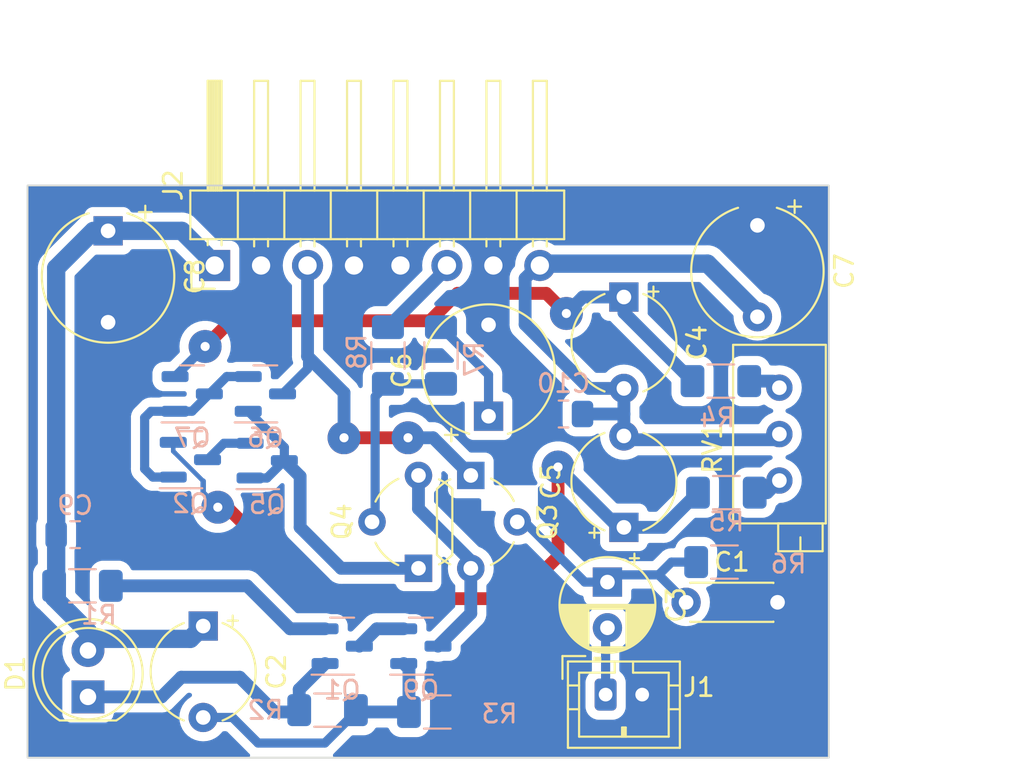
<source format=kicad_pcb>
(kicad_pcb (version 20221018) (generator pcbnew)
  (layers (0 "F.Cu" signal) (31 "B.Cu" signal) (34 "B.Paste" user) (35 "F.Paste" user) (36 "B.SilkS" user "B.Silkscreen") (37 "F.SilkS" user "F.Silkscreen") (38 "B.Mask" user) (39 "F.Mask" user) (44 "Edge.Cuts" user))
  (net 0 "")
  (net 1 "Net-(Q3-B)")
  (net 2 "GND")
  (net 3 "Net-(D1-A)")
  (net 4 "Net-(Q2-B)")
  (net 5 "Net-(J1-Pin_1)")
  (net 6 "Net-(J2-Pin_8)")
  (net 7 "Net-(C6-Pad1)")
  (net 8 "Net-(D1-K)")
  (net 9 "Net-(J2-Pin_3)")
  (net 10 "Net-(J2-Pin_6)")
  (net 11 "Net-(Q1-C)")
  (net 12 "Net-(Q1-E)")
  (net 13 "Net-(Q2-C)")
  (net 14 "Net-(Q4-C)")
  (net 15 "Net-(Q4-B)")
  (net 16 "Net-(Q7-E)")
  (net 17 "Net-(R4-Pad2)")
  (net 18 "Net-(R5-Pad2)")
  (net 19 "Net-(Q9-B)")
  (net 20 "Net-(Q2-E)")
  (net 21 "Net-(Q3-E)")
  (footprint "Capacitor_THT:CP_Radial_Tantal_D5.5mm_P5.00mm" (layer "F.Cu") (at 159.8 85.9 -90)
    (fp_text reference "C4" (at 2.5 -4 90) (layer "F.SilkS"))
    (fp_text value "33u/25V")
    (pad "1" thru_hole rect (at 0 0 270) (size 1.6 1.6) (drill 0.8) (layers "*.Cu" "*.Mask") (net 16 "Net-(Q7-E)"))
    (pad "2" thru_hole circle (at 5 0 270) (size 1.6 1.6) (drill 0.8) (layers "*.Cu" "*.Mask") (net 6 "Net-(J2-Pin_8)"))
  )
  (footprint "Capacitor_THT:CP_Radial_D5.0mm_P2.50mm" (layer "F.Cu") (at 158.9 101.494888 -90)
    (fp_text reference "C3" (at 1.25 -3.75 90) (layer "F.SilkS"))
    (fp_text value "2u2/16V")
    (pad "1" thru_hole rect (at 0 0 270) (size 1.6 1.6) (drill 0.8) (layers "*.Cu" "*.Mask") (net 1 "Net-(Q3-B)"))
    (pad "2" thru_hole circle (at 2.5 0 270) (size 1.6 1.6) (drill 0.8) (layers "*.Cu" "*.Mask") (net 5 "Net-(J1-Pin_1)"))
  )
  (footprint "Potentiometer_THT:Potentiometer_Bourns_3296X_Horizontal" (layer "F.Cu") (at 168.3 90.86 90)
    (fp_text reference "RV1" (at -3.3 -3.66 90) (layer "F.SilkS"))
    (fp_text value "50")
    (pad "1" thru_hole circle (at 0 0 90) (size 1.44 1.44) (drill 0.8) (layers "*.Cu" "*.Mask") (net 17 "Net-(R4-Pad2)"))
    (pad "2" thru_hole circle (at -2.54 0 90) (size 1.44 1.44) (drill 0.8) (layers "*.Cu" "*.Mask") (net 6 "Net-(J2-Pin_8)"))
    (pad "3" thru_hole circle (at -5.08 0 90) (size 1.44 1.44) (drill 0.8) (layers "*.Cu" "*.Mask") (net 18 "Net-(R5-Pad2)"))
  )
  (footprint "Package_TO_SOT_THT:TO-92_Wide" (layer "F.Cu") (at 151.43 95.66 -90)
    (fp_text reference "Q3" (at 2.55 -4.19 90) (layer "F.SilkS"))
    (fp_text value "BC560C")
    (pad "1" thru_hole rect (at 0 0 270) (size 1.5 1.5) (drill 0.8) (layers "*.Cu" "*.Mask") (net 9 "Net-(J2-Pin_3)"))
    (pad "2" thru_hole circle (at 2.54 -2.54 270) (size 1.5 1.5) (drill 0.8) (layers "*.Cu" "*.Mask") (net 1 "Net-(Q3-B)"))
    (pad "3" thru_hole circle (at 5.08 0 270) (size 1.5 1.5) (drill 0.8) (layers "*.Cu" "*.Mask") (net 21 "Net-(Q3-E)"))
  )
  (footprint "Capacitor_THT:CP_Radial_Tantal_D7.0mm_P5.00mm" (layer "F.Cu") (at 152.4 92.420139 90)
    (fp_text reference "C6" (at 2.5 -4.75 90) (layer "F.SilkS"))
    (fp_text value "47u/25V")
    (pad "1" thru_hole rect (at 0 0 90) (size 1.6 1.6) (drill 0.8) (layers "*.Cu" "*.Mask") (net 7 "Net-(C6-Pad1)"))
    (pad "2" thru_hole circle (at 5 0 90) (size 1.6 1.6) (drill 0.8) (layers "*.Cu" "*.Mask") (net 2 "GND"))
  )
  (footprint "Capacitor_THT:CP_Radial_Tantal_D5.5mm_P5.00mm" (layer "F.Cu") (at 159.8 98.5 90)
    (fp_text reference "C5" (at 2.5 -4 90) (layer "F.SilkS"))
    (fp_text value "33u/25V")
    (pad "1" thru_hole rect (at 0 0 90) (size 1.6 1.6) (drill 0.8) (layers "*.Cu" "*.Mask") (net 20 "Net-(Q2-E)"))
    (pad "2" thru_hole circle (at 5 0 90) (size 1.6 1.6) (drill 0.8) (layers "*.Cu" "*.Mask") (net 6 "Net-(J2-Pin_8)"))
  )
  (footprint "Capacitor_THT:CP_Radial_Tantal_D7.0mm_P5.00mm" (layer "F.Cu") (at 167.1 81.979862 -90)
    (fp_text reference "C7" (at 2.5 -4.75 90) (layer "F.SilkS"))
    (fp_text value "47u/35V")
    (pad "1" thru_hole rect (at 0 0 270) (size 1.6 1.6) (drill 0.8) (layers "*.Cu" "*.Mask") (net 2 "GND"))
    (pad "2" thru_hole circle (at 5 0 270) (size 1.6 1.6) (drill 0.8) (layers "*.Cu" "*.Mask") (net 6 "Net-(J2-Pin_8)"))
  )
  (footprint "Capacitor_THT:C_Disc_D4.3mm_W1.9mm_P5.00mm" (layer "F.Cu") (at 163.2 102.6)
    (fp_text reference "C1" (at 2.5 -2.2) (layer "F.SilkS"))
    (fp_text value "330p")
    (pad "1" thru_hole circle (at 0 0) (size 1.6 1.6) (drill 0.8) (layers "*.Cu" "*.Mask") (net 1 "Net-(Q3-B)"))
    (pad "2" thru_hole circle (at 5 0) (size 1.6 1.6) (drill 0.8) (layers "*.Cu" "*.Mask") (net 2 "GND"))
  )
  (footprint "Connector_JST:JST_PH_B2B-PH-K_1x02_P2.00mm_Vertical" (layer "F.Cu") (at 158.8 107.65)
    (fp_text reference "J1" (at 5.1 -0.4) (layer "F.SilkS"))
    (fp_text value "Conn_01x02")
    (pad "1" thru_hole roundrect (at 0 0) (size 1.2 1.75) (drill 0.75) (layers "*.Cu" "*.Mask") (roundrect_rratio 0.208333) (net 5 "Net-(J1-Pin_1)"))
    (pad "2" thru_hole oval (at 2 0) (size 1.2 1.75) (drill 0.75) (layers "*.Cu" "*.Mask") (net 2 "GND"))
  )
  (footprint "LED_THT:LED_D5.0mm" (layer "F.Cu") (at 130.5 107.775 90)
    (fp_text reference "D1" (at 1.27 -3.96 90) (layer "F.SilkS"))
    (fp_text value "LED_Small")
    (pad "1" thru_hole rect (at 0 0 90) (size 1.8 1.8) (drill 0.9) (layers "*.Cu" "*.Mask") (net 8 "Net-(D1-K)"))
    (pad "2" thru_hole circle (at 2.54 0 90) (size 1.8 1.8) (drill 0.9) (layers "*.Cu" "*.Mask") (net 3 "Net-(D1-A)"))
  )
  (footprint "Package_TO_SOT_THT:TO-92_Wide" (layer "F.Cu") (at 148.57 100.74 90)
    (fp_text reference "Q4" (at 2.55 -4.19 90) (layer "F.SilkS"))
    (fp_text value "BC560C")
    (pad "1" thru_hole rect (at 0 0 90) (size 1.5 1.5) (drill 0.8) (layers "*.Cu" "*.Mask") (net 14 "Net-(Q4-C)"))
    (pad "2" thru_hole circle (at 2.54 -2.54 90) (size 1.5 1.5) (drill 0.8) (layers "*.Cu" "*.Mask") (net 15 "Net-(Q4-B)"))
    (pad "3" thru_hole circle (at 5.08 0 90) (size 1.5 1.5) (drill 0.8) (layers "*.Cu" "*.Mask") (net 21 "Net-(Q3-E)"))
  )
  (footprint "Connector_PinHeader_2.54mm:PinHeader_1x08_P2.54mm_Horizontal" (layer "F.Cu") (at 137.425 84.175 90)
    (fp_text reference "J2" (at 4.385 -2.27 90) (layer "F.SilkS"))
    (fp_text value "Conn_01x08")
    (pad "1" thru_hole rect (at 0 0 90) (size 1.7 1.7) (drill 1) (layers "*.Cu" "*.Mask") (net 3 "Net-(D1-A)"))
    (pad "2" thru_hole oval (at 0 2.54 90) (size 1.7 1.7) (drill 1) (layers "*.Cu" "*.Mask") (net 2 "GND"))
    (pad "3" thru_hole oval (at 0 5.08 90) (size 1.7 1.7) (drill 1) (layers "*.Cu" "*.Mask") (net 9 "Net-(J2-Pin_3)"))
    (pad "4" thru_hole oval (at 0 7.62 90) (size 1.7 1.7) (drill 1) (layers "*.Cu" "*.Mask") (net 2 "GND"))
    (pad "5" thru_hole oval (at 0 10.16 90) (size 1.7 1.7) (drill 1) (layers "*.Cu" "*.Mask") (net 2 "GND"))
    (pad "6" thru_hole oval (at 0 12.7 90) (size 1.7 1.7) (drill 1) (layers "*.Cu" "*.Mask") (net 10 "Net-(J2-Pin_6)"))
    (pad "7" thru_hole oval (at 0 15.24 90) (size 1.7 1.7) (drill 1) (layers "*.Cu" "*.Mask") (net 2 "GND"))
    (pad "8" thru_hole oval (at 0 17.78 90) (size 1.7 1.7) (drill 1) (layers "*.Cu" "*.Mask") (net 6 "Net-(J2-Pin_8)"))
  )
  (footprint "Capacitor_THT:CP_Radial_Tantal_D5.5mm_P5.00mm" (layer "F.Cu") (at 136.8 103.9 -90)
    (fp_text reference "C2" (at 2.5 -4 90) (layer "F.SilkS"))
    (fp_text value "33u/25V")
    (pad "1" thru_hole rect (at 0 0 270) (size 1.6 1.6) (drill 0.8) (layers "*.Cu" "*.Mask") (net 3 "Net-(D1-A)"))
    (pad "2" thru_hole circle (at 5 0 270) (size 1.6 1.6) (drill 0.8) (layers "*.Cu" "*.Mask") (net 19 "Net-(Q9-B)"))
  )
  (footprint "Capacitor_THT:CP_Radial_Tantal_D7.0mm_P5.00mm" (layer "F.Cu") (at 131.6 82.279862 -90)
    (fp_text reference "C8" (at 2.5 -4.75 90) (layer "F.SilkS"))
    (fp_text value "47u/35V")
    (pad "1" thru_hole rect (at 0 0 270) (size 1.6 1.6) (drill 0.8) (layers "*.Cu" "*.Mask") (net 3 "Net-(D1-A)"))
    (pad "2" thru_hole circle (at 5 0 270) (size 1.6 1.6) (drill 0.8) (layers "*.Cu" "*.Mask") (net 2 "GND"))
  )
  (footprint "Resistor_SMD:R_1206_3216Metric_Pad1.30x1.75mm_HandSolder" (layer "B.Cu") (at 146.9 89.1 90)
    (fp_text reference "R8" (at 0.2 -1.7 -270) (layer "B.SilkS") (effects (justify mirror)))
    (fp_text value "68k")
    (pad "1" smd roundrect (at -1.55 0 90) (size 1.3 1.75) (layers "B.Cu" "B.Paste" "B.Mask") (roundrect_rratio 0.192308) (net 15 "Net-(Q4-B)"))
    (pad "2" smd roundrect (at 1.55 0 90) (size 1.3 1.75) (layers "B.Cu" "B.Paste" "B.Mask") (roundrect_rratio 0.192308) (net 10 "Net-(J2-Pin_6)"))
  )
  (footprint "Resistor_SMD:R_1206_3216Metric_Pad1.30x1.75mm_HandSolder" (layer "B.Cu") (at 165.1 90.5)
    (fp_text reference "R4" (at -0.2 2 -360) (layer "B.SilkS") (effects (justify mirror)))
    (fp_text value "51")
    (pad "1" smd roundrect (at -1.55 0) (size 1.3 1.75) (layers "B.Cu" "B.Paste" "B.Mask") (roundrect_rratio 0.192308) (net 16 "Net-(Q7-E)"))
    (pad "2" smd roundrect (at 1.55 0) (size 1.3 1.75) (layers "B.Cu" "B.Paste" "B.Mask") (roundrect_rratio 0.192308) (net 17 "Net-(R4-Pad2)"))
  )
  (footprint "Package_TO_SOT_SMD:SOT-23" (layer "B.Cu") (at 140.2 91.2)
    (fp_text reference "Q6" (at 0 2.4) (layer "B.SilkS") (effects (justify mirror)))
    (fp_text value "BC848")
    (pad "1" smd roundrect (at -0.9375 0.95) (size 1.475 0.6) (layers "B.Cu" "B.Paste" "B.Mask") (net 14 "Net-(Q4-C)"))
    (pad "2" smd roundrect (at -0.9375 -0.95) (size 1.475 0.6) (layers "B.Cu" "B.Paste" "B.Mask") (net 4 "Net-(Q2-B)"))
    (pad "3" smd roundrect (at 0.9375 0) (size 1.475 0.6) (layers "B.Cu" "B.Paste" "B.Mask") (net 9 "Net-(J2-Pin_3)"))
  )
  (footprint "Resistor_SMD:R_1206_3216Metric_Pad1.30x1.75mm_HandSolder" (layer "B.Cu") (at 149.6 108.6)
    (fp_text reference "R3" (at 3.4 0.1 -360) (layer "B.SilkS") (effects (justify mirror)))
    (fp_text value "4k3")
    (pad "1" smd roundrect (at -1.55 0) (size 1.3 1.75) (layers "B.Cu" "B.Paste" "B.Mask") (roundrect_rratio 0.192308) (net 19 "Net-(Q9-B)"))
    (pad "2" smd roundrect (at 1.55 0) (size 1.3 1.75) (layers "B.Cu" "B.Paste" "B.Mask") (roundrect_rratio 0.192308) (net 2 "GND"))
  )
  (footprint "Resistor_SMD:R_1206_3216Metric_Pad1.30x1.75mm_HandSolder" (layer "B.Cu") (at 165.3 100.4)
    (fp_text reference "R6" (at 3.5 0.1 -360) (layer "B.SilkS") (effects (justify mirror)))
    (fp_text value "68k")
    (pad "1" smd roundrect (at -1.55 0) (size 1.3 1.75) (layers "B.Cu" "B.Paste" "B.Mask") (roundrect_rratio 0.192308) (net 1 "Net-(Q3-B)"))
    (pad "2" smd roundrect (at 1.55 0) (size 1.3 1.75) (layers "B.Cu" "B.Paste" "B.Mask") (roundrect_rratio 0.192308) (net 2 "GND"))
  )
  (footprint "Package_TO_SOT_SMD:SOT-23" (layer "B.Cu") (at 144.4 105)
    (fp_text reference "Q1" (at 0 2.4) (layer "B.SilkS") (effects (justify mirror)))
    (fp_text value "BC858")
    (pad "1" smd roundrect (at -0.9375 0.95) (size 1.475 0.6) (layers "B.Cu" "B.Paste" "B.Mask") (net 8 "Net-(D1-K)"))
    (pad "2" smd roundrect (at -0.9375 -0.95) (size 1.475 0.6) (layers "B.Cu" "B.Paste" "B.Mask") (net 12 "Net-(Q1-E)"))
    (pad "3" smd roundrect (at 0.9375 0) (size 1.475 0.6) (layers "B.Cu" "B.Paste" "B.Mask") (net 11 "Net-(Q1-C)"))
  )
  (footprint "Capacitor_SMD:C_0805_2012Metric_Pad1.18x1.45mm_HandSolder" (layer "B.Cu") (at 129.8 98.9)
    (fp_text reference "C9" (at 0 -1.6) (layer "B.SilkS") (effects (justify mirror)))
    (fp_text value "100n")
    (pad "1" smd roundrect (at -1.0375 0) (size 1.175 1.45) (layers "B.Cu" "B.Paste" "B.Mask") (roundrect_rratio 0.212766) (net 3 "Net-(D1-A)"))
    (pad "2" smd roundrect (at 1.0375 0) (size 1.175 1.45) (layers "B.Cu" "B.Paste" "B.Mask") (roundrect_rratio 0.212766) (net 2 "GND"))
  )
  (footprint "Package_TO_SOT_SMD:SOT-23" (layer "B.Cu") (at 136.1 94.8)
    (fp_text reference "Q2" (at 0 2.4) (layer "B.SilkS") (effects (justify mirror)))
    (fp_text value "BC848")
    (pad "1" smd roundrect (at -0.9375 0.95) (size 1.475 0.6) (layers "B.Cu" "B.Paste" "B.Mask") (net 4 "Net-(Q2-B)"))
    (pad "2" smd roundrect (at -0.9375 -0.95) (size 1.475 0.6) (layers "B.Cu" "B.Paste" "B.Mask") (net 20 "Net-(Q2-E)"))
    (pad "3" smd roundrect (at 0.9375 0) (size 1.475 0.6) (layers "B.Cu" "B.Paste" "B.Mask") (net 13 "Net-(Q2-C)"))
  )
  (footprint "Resistor_SMD:R_1206_3216Metric_Pad1.30x1.75mm_HandSolder" (layer "B.Cu") (at 165.4 96.6)
    (fp_text reference "R5" (at 0 1.6 -360) (layer "B.SilkS") (effects (justify mirror)))
    (fp_text value "51")
    (pad "1" smd roundrect (at -1.55 0) (size 1.3 1.75) (layers "B.Cu" "B.Paste" "B.Mask") (roundrect_rratio 0.192308) (net 20 "Net-(Q2-E)"))
    (pad "2" smd roundrect (at 1.55 0) (size 1.3 1.75) (layers "B.Cu" "B.Paste" "B.Mask") (roundrect_rratio 0.192308) (net 18 "Net-(R5-Pad2)"))
  )
  (footprint "Resistor_SMD:R_1206_3216Metric_Pad1.30x1.75mm_HandSolder" (layer "B.Cu") (at 130.2 101.7)
    (fp_text reference "R1" (at 0.9 1.6 -360) (layer "B.SilkS") (effects (justify mirror)))
    (fp_text value "620")
    (pad "1" smd roundrect (at -1.55 0) (size 1.3 1.75) (layers "B.Cu" "B.Paste" "B.Mask") (roundrect_rratio 0.192308) (net 3 "Net-(D1-A)"))
    (pad "2" smd roundrect (at 1.55 0) (size 1.3 1.75) (layers "B.Cu" "B.Paste" "B.Mask") (roundrect_rratio 0.192308) (net 12 "Net-(Q1-E)"))
  )
  (footprint "Package_TO_SOT_SMD:SOT-23" (layer "B.Cu") (at 136.2 91.2)
    (fp_text reference "Q7" (at 0 2.4) (layer "B.SilkS") (effects (justify mirror)))
    (fp_text value "BC848")
    (pad "1" smd roundrect (at -0.9375 0.95) (size 1.475 0.6) (layers "B.Cu" "B.Paste" "B.Mask") (net 4 "Net-(Q2-B)"))
    (pad "2" smd roundrect (at -0.9375 -0.95) (size 1.475 0.6) (layers "B.Cu" "B.Paste" "B.Mask") (net 16 "Net-(Q7-E)"))
    (pad "3" smd roundrect (at 0.9375 0) (size 1.475 0.6) (layers "B.Cu" "B.Paste" "B.Mask") (net 4 "Net-(Q2-B)"))
  )
  (footprint "Resistor_SMD:R_1206_3216Metric_Pad1.30x1.75mm_HandSolder" (layer "B.Cu") (at 143.6 108.5)
    (fp_text reference "R2" (at -3.4 0 -360) (layer "B.SilkS") (effects (justify mirror)))
    (fp_text value "390")
    (pad "1" smd roundrect (at -1.55 0) (size 1.3 1.75) (layers "B.Cu" "B.Paste" "B.Mask") (roundrect_rratio 0.192308) (net 8 "Net-(D1-K)"))
    (pad "2" smd roundrect (at 1.55 0) (size 1.3 1.75) (layers "B.Cu" "B.Paste" "B.Mask") (roundrect_rratio 0.192308) (net 19 "Net-(Q9-B)"))
  )
  (footprint "Package_TO_SOT_SMD:SOT-23" (layer "B.Cu") (at 140.3 94.85)
    (fp_text reference "Q5" (at 0 2.4) (layer "B.SilkS") (effects (justify mirror)))
    (fp_text value "BC848")
    (pad "1" smd roundrect (at -0.9375 0.95) (size 1.475 0.6) (layers "B.Cu" "B.Paste" "B.Mask") (net 14 "Net-(Q4-C)"))
    (pad "2" smd roundrect (at -0.9375 -0.95) (size 1.475 0.6) (layers "B.Cu" "B.Paste" "B.Mask") (net 13 "Net-(Q2-C)"))
    (pad "3" smd roundrect (at 0.9375 0) (size 1.475 0.6) (layers "B.Cu" "B.Paste" "B.Mask") (net 14 "Net-(Q4-C)"))
  )
  (footprint "Package_TO_SOT_SMD:SOT-23" (layer "B.Cu") (at 148.7 105)
    (fp_text reference "Q9" (at 0 2.4) (layer "B.SilkS") (effects (justify mirror)))
    (fp_text value "BC858")
    (pad "1" smd roundrect (at -0.9375 0.95) (size 1.475 0.6) (layers "B.Cu" "B.Paste" "B.Mask") (net 19 "Net-(Q9-B)"))
    (pad "2" smd roundrect (at -0.9375 -0.95) (size 1.475 0.6) (layers "B.Cu" "B.Paste" "B.Mask") (net 11 "Net-(Q1-C)"))
    (pad "3" smd roundrect (at 0.9375 0) (size 1.475 0.6) (layers "B.Cu" "B.Paste" "B.Mask") (net 21 "Net-(Q3-E)"))
  )
  (footprint "Resistor_SMD:R_1206_3216Metric_Pad1.30x1.75mm_HandSolder" (layer "B.Cu") (at 149.8 89.1 90)
    (fp_text reference "R7" (at -0.2 1.82 -270) (layer "B.SilkS") (effects (justify mirror)))
    (fp_text value "1k2")
    (pad "1" smd roundrect (at -1.55 0 90) (size 1.3 1.75) (layers "B.Cu" "B.Paste" "B.Mask") (roundrect_rratio 0.192308) (net 15 "Net-(Q4-B)"))
    (pad "2" smd roundrect (at 1.55 0 90) (size 1.3 1.75) (layers "B.Cu" "B.Paste" "B.Mask") (roundrect_rratio 0.192308) (net 7 "Net-(C6-Pad1)"))
  )
  (footprint "Capacitor_SMD:C_0805_2012Metric_Pad1.18x1.45mm_HandSolder" (layer "B.Cu") (at 156.5 92.3 180)
    (fp_text reference "C10" (at 0 1.68) (layer "B.SilkS") (effects (justify mirror)))
    (fp_text value "100n")
    (pad "1" smd roundrect (at -1.0375 0 180) (size 1.175 1.45) (layers "B.Cu" "B.Paste" "B.Mask") (roundrect_rratio 0.212766) (net 6 "Net-(J2-Pin_8)"))
    (pad "2" smd roundrect (at 1.0375 0 180) (size 1.175 1.45) (layers "B.Cu" "B.Paste" "B.Mask") (roundrect_rratio 0.212766) (net 2 "GND"))
  )
  (gr_rect (start 127.2 79.8) (end 171 111.1) (stroke (width 0.1)) (fill none) (layer "Edge.Cuts"))
  (segment (start 162.4 100.4) (end 163.75 100.4) (width 0.5) (layer "B.Cu") (net 1))
  (segment (start 161.7 101.1) (end 159.294888 101.1) (width 0.5) (layer "B.Cu") (net 1))
  (segment (start 159.294888 101.1) (end 158.9 101.494888) (width 0.5) (layer "B.Cu") (net 1))
  (segment (start 163.2 102.6) (end 161.7 101.1) (width 0.5) (layer "B.Cu") (net 1))
  (segment (start 161.7 101.1) (end 162.4 100.4) (width 0.5) (layer "B.Cu") (net 1))
  (segment (start 158.9 101.494888) (end 157.664888 101.494888) (width 0.5) (layer "B.Cu") (net 1))
  (segment (start 157.664888 101.494888) (end 154.37 98.2) (width 0.5) (layer "B.Cu") (net 1))
  (segment (start 152.4 84.41) (end 152.7 84.11) (width 1) (layer "B.Cu") (net 2))
  (segment (start 152.6 87.220139) (end 152.4 87.020139) (width 1) (layer "B.Cu") (net 2))
  (segment (start 152.7 84.11) (end 152.665 84.075) (width 0.3) (layer "B.Cu") (net 2))
  (segment (start 131.6 82.279862) (end 130.8 82.279862) (width 0.7) (layer "B.Cu") (net 3))
  (segment (start 128.7625 98.9) (end 128.7625 101.5875) (width 1) (layer "B.Cu") (net 3))
  (segment (start 130.5 105.235) (end 131.135 104.6) (width 1) (layer "B.Cu") (net 3))
  (segment (start 130.8 82.279862) (end 128.7625 84.317362) (width 1) (layer "B.Cu") (net 3))
  (segment (start 130.5 104.2) (end 130.5 105.235) (width 1) (layer "B.Cu") (net 3))
  (segment (start 128.65 101.7) (end 128.65 102.35) (width 1) (layer "B.Cu") (net 3))
  (segment (start 128.7625 84.317362) (end 128.7625 98.9) (width 1) (layer "B.Cu") (net 3))
  (segment (start 131.135 104.6) (end 136.1 104.6) (width 1) (layer "B.Cu") (net 3))
  (segment (start 136.1 104.6) (end 136.8 103.9) (width 1) (layer "B.Cu") (net 3))
  (segment (start 128.7625 101.5875) (end 128.65 101.7) (width 0.7) (layer "B.Cu") (net 3))
  (segment (start 131.6 82.279862) (end 135.629862 82.279862) (width 1) (layer "B.Cu") (net 3))
  (segment (start 128.65 102.35) (end 130.5 104.2) (width 1) (layer "B.Cu") (net 3))
  (segment (start 135.629862 82.279862) (end 137.425 84.075) (width 1) (layer "B.Cu") (net 3))
  (segment (start 135.2625 92.15) (end 133.95 92.15) (width 0.5) (layer "B.Cu") (net 4))
  (segment (start 135.2625 92.15) (end 136.1875 92.15) (width 0.5) (layer "B.Cu") (net 4))
  (segment (start 133.6 95.3) (end 134.05 95.75) (width 0.5) (layer "B.Cu") (net 4))
  (segment (start 138.0875 90.25) (end 137.1375 91.2) (width 0.5) (layer "B.Cu") (net 4))
  (segment (start 134.05 95.75) (end 135.1625 95.75) (width 0.5) (layer "B.Cu") (net 4))
  (segment (start 133.95 92.15) (end 133.6 92.5) (width 0.5) (layer "B.Cu") (net 4))
  (segment (start 133.6 92.5) (end 133.6 95.3) (width 0.5) (layer "B.Cu") (net 4))
  (segment (start 136.1875 92.15) (end 137.1375 91.2) (width 0.5) (layer "B.Cu") (net 4))
  (segment (start 139.2625 90.25) (end 138.0875 90.25) (width 0.5) (layer "B.Cu") (net 4))
  (segment (start 158.8 104.094888) (end 158.8 107.65) (width 0.5) (layer "B.Cu") (net 5))
  (segment (start 158.9 103.994888) (end 158.8 104.094888) (width 0.5) (layer "B.Cu") (net 5))
  (segment (start 160.01 93.71) (end 167.99 93.71) (width 0.7) (layer "B.Cu") (net 6))
  (segment (start 167.99 93.71) (end 168.3 93.4) (width 0.7) (layer "B.Cu") (net 6))
  (segment (start 157.5375 92.3) (end 159.8 92.3) (width 0.7) (layer "B.Cu") (net 6))
  (segment (start 159.8 92.3) (end 159.8 90.9) (width 0.7) (layer "B.Cu") (net 6))
  (segment (start 167.1 86.8) (end 167.1 86.979862) (width 0.7) (layer "B.Cu") (net 6))
  (segment (start 164.375 84.075) (end 167.1 86.8) (width 1) (layer "B.Cu") (net 6))
  (segment (start 157.9 90.9) (end 159.8 90.9) (width 0.7) (layer "B.Cu") (net 6))
  (segment (start 159.8 93.5) (end 160.01 93.71) (width 0.5) (layer "B.Cu") (net 6))
  (segment (start 154.4 84.88) (end 154.4 87.4) (width 0.7) (layer "B.Cu") (net 6))
  (segment (start 155.205 84.075) (end 154.4 84.88) (width 0.7) (layer "B.Cu") (net 6))
  (segment (start 154.4 87.4) (end 157.9 90.9) (width 0.7) (layer "B.Cu") (net 6))
  (segment (start 155.205 84.075) (end 164.375 84.075) (width 1) (layer "B.Cu") (net 6))
  (segment (start 159.8 93.5) (end 159.8 92.3) (width 0.7) (layer "B.Cu") (net 6))
  (segment (start 149.8 87.55) (end 152.4 90.15) (width 0.5) (layer "B.Cu") (net 7))
  (segment (start 152.4 90.15) (end 152.4 92.420139) (width 0.5) (layer "B.Cu") (net 7))
  (segment (start 135.6 106.7) (end 138.8 106.7) (width 0.7) (layer "B.Cu") (net 8))
  (segment (start 138.8 106.7) (end 140.7 108.6) (width 0.7) (layer "B.Cu") (net 8))
  (segment (start 134.525 107.775) (end 135.6 106.7) (width 0.7) (layer "B.Cu") (net 8))
  (segment (start 140.7 108.6) (end 142.05 108.6) (width 0.7) (layer "B.Cu") (net 8))
  (segment (start 142.05 107.3625) (end 143.4625 105.95) (width 0.7) (layer "B.Cu") (net 8))
  (segment (start 130.5 107.775) (end 134.525 107.775) (width 0.7) (layer "B.Cu") (net 8))
  (segment (start 142.05 108.5) (end 142.05 107.3625) (width 0.7) (layer "B.Cu") (net 8))
  (segment (start 144.5 93.6) (end 148 93.6) (width 0.7) (layer "F.Cu") (net 9))
  (via (at 144.5 93.6) (size 1.8) (drill 0.5) (layers "F.Cu" "B.Cu") (net 9))
  (via (at 148 93.6) (size 1.8) (drill 0.5) (layers "F.Cu" "B.Cu") (net 9))
  (segment (start 148 93.6) (end 149.37 93.6) (width 0.7) (layer "B.Cu") (net 9))
  (segment (start 144.5 93.6) (end 144.5 91.14) (width 0.7) (layer "B.Cu") (net 9))
  (segment (start 144.5 91.14) (end 142.505 89.145) (width 0.7) (layer "B.Cu") (net 9))
  (segment (start 149.37 93.6) (end 151.43 95.66) (width 0.7) (layer "B.Cu") (net 9))
  (segment (start 141.1375 91.2) (end 142.505 89.8325) (width 0.5) (layer "B.Cu") (net 9))
  (segment (start 142.505 89.145) (end 142.505 84.075) (width 0.7) (layer "B.Cu") (net 9))
  (segment (start 142.505 89.8325) (end 142.505 89.145) (width 0.5) (layer "B.Cu") (net 9))
  (segment (start 150.125 84.325) (end 150.125 84.075) (width 0.5) (layer "B.Cu") (net 10))
  (segment (start 146.7 87.75) (end 150.125 84.325) (width 0.7) (layer "B.Cu") (net 10))
  (segment (start 147.7625 104.05) (end 146.2875 104.05) (width 0.7) (layer "B.Cu") (net 11))
  (segment (start 146.2875 104.05) (end 145.3375 105) (width 0.7) (layer "B.Cu") (net 11))
  (segment (start 141.55 104.05) (end 143.4625 104.05) (width 0.7) (layer "B.Cu") (net 12))
  (segment (start 131.75 101.7) (end 139.2 101.7) (width 0.7) (layer "B.Cu") (net 12))
  (segment (start 139.2 101.7) (end 141.55 104.05) (width 0.7) (layer "B.Cu") (net 12))
  (segment (start 137.9375 93.9) (end 137.0375 94.8) (width 0.5) (layer "B.Cu") (net 13))
  (segment (start 139.3625 93.9) (end 137.9375 93.9) (width 0.5) (layer "B.Cu") (net 13))
  (segment (start 141.2375 94.85) (end 142.1 95.7125) (width 0.7) (layer "B.Cu") (net 14))
  (segment (start 142.1 95.7125) (end 142.1 98.5) (width 0.7) (layer "B.Cu") (net 14))
  (segment (start 144.34 100.74) (end 148.57 100.74) (width 0.7) (layer "B.Cu") (net 14))
  (segment (start 140.2875 95.8) (end 141.2375 94.85) (width 0.5) (layer "B.Cu") (net 14))
  (segment (start 142.1 98.5) (end 144.34 100.74) (width 0.7) (layer "B.Cu") (net 14))
  (segment (start 139.3625 95.8) (end 140.2875 95.8) (width 0.5) (layer "B.Cu") (net 14))
  (segment (start 141.2375 94.125) (end 141.2375 94.85) (width 0.5) (layer "B.Cu") (net 14))
  (segment (start 139.2625 92.15) (end 141.2375 94.125) (width 0.5) (layer "B.Cu") (net 14))
  (segment (start 146.2 98.03) (end 146.2 91.35) (width 0.5) (layer "B.Cu") (net 15))
  (segment (start 146.2 91.35) (end 146.9 90.65) (width 0.5) (layer "B.Cu") (net 15))
  (segment (start 146.03 98.2) (end 146.2 98.03) (width 0.5) (layer "B.Cu") (net 15))
  (segment (start 146.9 90.65) (end 149.8 90.65) (width 0.5) (layer "B.Cu") (net 15))
  (segment (start 155.5545 85.7) (end 156.6545 86.8) (width 0.7) (layer "F.Cu") (net 16))
  (segment (start 136.90625 88.60625) (end 138.3125 87.2) (width 0.7) (layer "F.Cu") (net 16))
  (segment (start 149.2 87.2) (end 150.7 85.7) (width 0.7) (layer "F.Cu") (net 16))
  (segment (start 138.3125 87.2) (end 149.2 87.2) (width 0.7) (layer "F.Cu") (net 16))
  (segment (start 150.7 85.7) (end 155.5545 85.7) (width 0.7) (layer "F.Cu") (net 16))
  (via (at 156.6545 86.8) (size 1.8) (drill 0.5) (layers "F.Cu" "B.Cu") (net 16))
  (via (at 136.90625 88.60625) (size 1.8) (drill 0.5) (layers "F.Cu" "B.Cu") (net 16))
  (segment (start 159.8 86.75) (end 163.55 90.5) (width 0.7) (layer "B.Cu") (net 16))
  (segment (start 157.5545 85.9) (end 159.8 85.9) (width 0.7) (layer "B.Cu") (net 16))
  (segment (start 156.6545 86.8) (end 157.5545 85.9) (width 0.7) (layer "B.Cu") (net 16))
  (segment (start 136.90625 88.60625) (end 135.2625 90.25) (width 0.5) (layer "B.Cu") (net 16))
  (segment (start 159.8 85.9) (end 159.8 86.75) (width 0.7) (layer "B.Cu") (net 16))
  (segment (start 167.94 90.5) (end 168.3 90.86) (width 0.7) (layer "B.Cu") (net 17))
  (segment (start 166.65 90.5) (end 167.94 90.5) (width 0.7) (layer "B.Cu") (net 17))
  (segment (start 166.95 96.6) (end 167.64 96.6) (width 0.7) (layer "B.Cu") (net 18))
  (segment (start 167.64 96.6) (end 168.3 95.94) (width 0.7) (layer "B.Cu") (net 18))
  (segment (start 143.45 110.3) (end 145.15 108.6) (width 0.5) (layer "B.Cu") (net 19))
  (segment (start 148.05 106.2375) (end 147.7625 105.95) (width 0.7) (layer "B.Cu") (net 19))
  (segment (start 145.15 108.6) (end 147.65 108.6) (width 0.7) (layer "B.Cu") (net 19))
  (segment (start 138.4 108.9) (end 139.8 110.3) (width 0.5) (layer "B.Cu") (net 19))
  (segment (start 139.8 110.3) (end 143.45 110.3) (width 0.5) (layer "B.Cu") (net 19))
  (segment (start 148.05 108.6) (end 148.05 106.2375) (width 0.7) (layer "B.Cu") (net 19))
  (segment (start 136.8 108.9) (end 138.4 108.9) (width 0.5) (layer "B.Cu") (net 19))
  (segment (start 156.2 100.1) (end 156.2 95.2) (width 0.7) (layer "F.Cu") (net 20))
  (segment (start 137.6 97.4) (end 138.1 97.4) (width 0.7) (layer "F.Cu") (net 20))
  (segment (start 153.9 102.4) (end 156.2 100.1) (width 0.7) (layer "F.Cu") (net 20))
  (segment (start 138.1 97.4) (end 143.1 102.4) (width 0.7) (layer "F.Cu") (net 20))
  (segment (start 143.1 102.4) (end 153.9 102.4) (width 0.7) (layer "F.Cu") (net 20))
  (via (at 156.2 95.2) (size 1.8) (drill 0.5) (layers "F.Cu" "B.Cu") (net 20))
  (via (at 137.6 97.4) (size 1.8) (drill 0.5) (layers "F.Cu" "B.Cu") (net 20))
  (segment (start 135.1625 94.334252) (end 135.264124 94.435876) (width 0.25) (layer "B.Cu") (net 20))
  (segment (start 156.2 95.2) (end 159.5 98.5) (width 0.7) (layer "B.Cu") (net 20))
  (segment (start 137.6 97.4) (end 136.8 96.6) (width 0.3) (layer "B.Cu") (net 20))
  (segment (start 159.5 98.5) (end 159.8 98.5) (width 0.7) (layer "B.Cu") (net 20))
  (segment (start 135.1625 93.85) (end 135.1625 94.334252) (width 0.25) (layer "B.Cu") (net 20))
  (segment (start 136.8 96.6) (end 136.8 95.971752) (width 0.3) (layer "B.Cu") (net 20))
  (segment (start 161.95 98.5) (end 163.85 96.6) (width 0.7) (layer "B.Cu") (net 20))
  (segment (start 159.8 98.5) (end 161.95 98.5) (width 0.7) (layer "B.Cu") (net 20))
  (segment (start 136.8 95.971752) (end 135.1625 94.334252) (width 0.25) (layer "B.Cu") (net 20))
  (segment (start 148.57 97.48) (end 151.43 100.34) (width 0.7) (layer "B.Cu") (net 21))
  (segment (start 151.43 103.2075) (end 149.6375 105) (width 0.7) (layer "B.Cu") (net 21))
  (segment (start 151.43 100.34) (end 151.43 103.2075) (width 0.7) (layer "B.Cu") (net 21))
  (segment (start 148.57 95.66) (end 148.57 97.48) (width 0.7) (layer "B.Cu") (net 21))
  (zone (net 2) (net_name "GND") (layer "B.Cu") (connect_pads yes (clearance 0.5)) (min_thickness 0.25) (fill yes (thermal_gap 0.5) (thermal_bridge_width 0.5) (smoothing chamfer))
    (polygon (pts (xy 126.1 79.4) (xy 174.2 79.4) (xy 174.2 112) (xy 126.3 112)))
  )
  (zone (net 0) (net_name "") (layer "B.Cu") (connect_pads (clearance 0)) (min_thickness 0.25)
    (keepout (tracks not_allowed) (vias not_allowed) (pads not_allowed) (copperpour not_allowed) (footprints allowed))
    (fill (thermal_gap 0.5) (thermal_bridge_width 0.5))
    (polygon (pts (xy 152 96.2) (xy 155.1 96.2) (xy 155.1 97.6) (xy 152 97.6)))
  )
)
</source>
